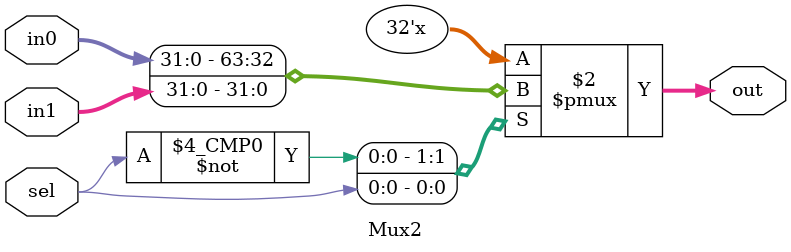
<source format=v>
module Mux2 #(parameter WIDTH = 32) (
    input [WIDTH-1:0] in0,   
    input [WIDTH-1:0] in1,   
    input sel,                
    output reg [WIDTH-1:0] out  
);

    always @(*) begin
        case(sel)
        1'b0: out = in0;
        1'b1: out = in1;
        endcase    
    end

endmodule
</source>
